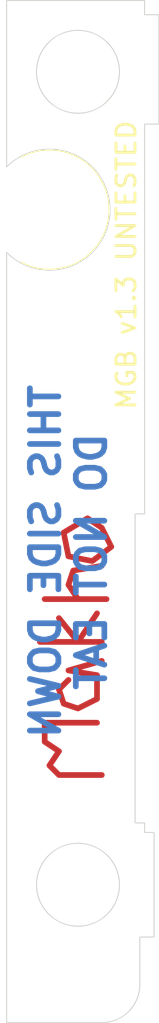
<source format=kicad_pcb>
(kicad_pcb (version 20171130) (host pcbnew "(5.1.6)-1")

  (general
    (thickness 1.6)
    (drawings 24)
    (tracks 0)
    (zones 0)
    (modules 1)
    (nets 1)
  )

  (page A4)
  (layers
    (0 F.Cu signal)
    (31 B.Cu signal)
    (32 B.Adhes user)
    (33 F.Adhes user)
    (34 B.Paste user)
    (35 F.Paste user)
    (36 B.SilkS user)
    (37 F.SilkS user)
    (38 B.Mask user)
    (39 F.Mask user)
    (40 Dwgs.User user)
    (41 Cmts.User user)
    (42 Eco1.User user)
    (43 Eco2.User user)
    (44 Edge.Cuts user)
    (45 Margin user)
    (46 B.CrtYd user)
    (47 F.CrtYd user)
    (48 B.Fab user)
    (49 F.Fab user)
  )

  (setup
    (last_trace_width 0.25)
    (trace_clearance 0.2)
    (zone_clearance 0.508)
    (zone_45_only no)
    (trace_min 0.2)
    (via_size 0.8)
    (via_drill 0.4)
    (via_min_size 0.4)
    (via_min_drill 0.3)
    (uvia_size 0.3)
    (uvia_drill 0.1)
    (uvias_allowed no)
    (uvia_min_size 0.2)
    (uvia_min_drill 0.1)
    (edge_width 0.05)
    (segment_width 0.2)
    (pcb_text_width 0.3)
    (pcb_text_size 1.5 1.5)
    (mod_edge_width 0.12)
    (mod_text_size 1 1)
    (mod_text_width 0.15)
    (pad_size 1.524 1.524)
    (pad_drill 0.762)
    (pad_to_mask_clearance 0.05)
    (aux_axis_origin 0 0)
    (visible_elements 7FFFFFFF)
    (pcbplotparams
      (layerselection 0x010f0_ffffffff)
      (usegerberextensions true)
      (usegerberattributes true)
      (usegerberadvancedattributes true)
      (creategerberjobfile true)
      (excludeedgelayer true)
      (linewidth 0.150000)
      (plotframeref false)
      (viasonmask false)
      (mode 1)
      (useauxorigin false)
      (hpglpennumber 1)
      (hpglpenspeed 20)
      (hpglpendiameter 15.000000)
      (psnegative false)
      (psa4output false)
      (plotreference true)
      (plotvalue true)
      (plotinvisibletext false)
      (padsonsilk false)
      (subtractmaskfromsilk false)
      (outputformat 1)
      (mirror false)
      (drillshape 0)
      (scaleselection 1)
      (outputdirectory "gerbers/"))
  )

  (net 0 "")

  (net_class Default "This is the default net class."
    (clearance 0.2)
    (trace_width 0.25)
    (via_dia 0.8)
    (via_drill 0.4)
    (uvia_dia 0.3)
    (uvia_drill 0.1)
  )

  (module misc_footprints:makho_fmask (layer F.Cu) (tedit 5E2E043C) (tstamp 5EF15218)
    (at 0 30.48 90)
    (fp_text reference REF** (at -3 4 90) (layer F.SilkS) hide
      (effects (font (size 1 1) (thickness 0.15)))
    )
    (fp_text value makho_fmask (at 0 -3.25 90) (layer F.Fab)
      (effects (font (size 1 1) (thickness 0.15)))
    )
    (fp_line (start 2.75 -1.75) (end 2.75 1.5) (layer F.Mask) (width 0.3))
    (fp_line (start 1.75 -1) (end 0.5 0) (layer F.Mask) (width 0.3))
    (fp_line (start 4.75 0.75) (end 5.5 1.75) (layer F.Mask) (width 0.3))
    (fp_line (start 5.5 1.75) (end 6.5 1.25) (layer F.Mask) (width 0.3))
    (fp_line (start 3.5 -0.5) (end 4.25 -0.25) (layer F.Mask) (width 0.3))
    (fp_line (start 5 -0.5) (end 4.75 0.75) (layer F.Mask) (width 0.3))
    (fp_line (start 2.75 0) (end 3.5 -0.5) (layer F.Mask) (width 0.3))
    (fp_line (start 0.5 0) (end 2 1) (layer F.Mask) (width 0.3))
    (fp_line (start 0.5 -2) (end 0.5 1.25) (layer F.Mask) (width 0.3))
    (fp_line (start -1 -0.5) (end -0.5 1.25) (layer F.Mask) (width 0.3))
    (fp_line (start -3 0) (end -2.5 1) (layer F.Mask) (width 0.3))
    (fp_line (start -2.75 -0.75) (end -3 0) (layer F.Mask) (width 0.3))
    (fp_line (start -3.75 -1.75) (end -3.75 1) (layer F.Mask) (width 0.3))
    (fp_line (start 6.25 -0.75) (end 5 -0.5) (layer F.Mask) (width 0.3))
    (fp_line (start -2.5 1) (end -1.25 1) (layer F.Mask) (width 0.3))
    (fp_line (start 4.25 -0.25) (end 4.5 1.25) (layer F.Mask) (width 0.3))
    (fp_line (start -2 -1) (end -2.75 -0.75) (layer F.Mask) (width 0.3))
    (fp_line (start 6.5 1.25) (end 7 0.5) (layer F.Mask) (width 0.3))
    (fp_line (start -1.25 1) (end -1 -0.5) (layer F.Mask) (width 0.3))
    (fp_line (start -1.5 -0.5) (end -2 -1) (layer F.Mask) (width 0.3))
    (fp_line (start 7 0.5) (end 6.25 -0.75) (layer F.Mask) (width 0.3))
    (fp_line (start -4.75 -1.75) (end -3.75 -1.75) (layer F.Cu) (width 0.3))
    (fp_line (start -6 -1.5) (end -5.25 -1) (layer F.Mask) (width 0.3))
    (fp_line (start -5.25 -1) (end -4.75 -1.75) (layer F.Mask) (width 0.3))
    (fp_line (start -6.5 -1) (end -6 -1.5) (layer F.Mask) (width 0.3))
    (fp_line (start -6.5 1.25) (end -6.5 -1) (layer F.Mask) (width 0.3))
    (fp_line (start -7.5 -2.5) (end -7.5 2.5) (layer Dwgs.User) (width 0.15))
    (fp_line (start -7.5 -2.5) (end 7.5 -2.5) (layer Dwgs.User) (width 0.15))
    (fp_line (start 7.5 2.5) (end 7.5 -2.5) (layer Dwgs.User) (width 0.15))
    (fp_line (start -7.5 2.5) (end 7.5 2.5) (layer Dwgs.User) (width 0.15))
    (fp_line (start -6.5 1.25) (end -6.5 -1) (layer F.Cu) (width 0.3))
    (fp_line (start -6.5 -1) (end -6 -1.5) (layer F.Cu) (width 0.3))
    (fp_line (start -6 -1.5) (end -5.25 -1) (layer F.Cu) (width 0.3))
    (fp_line (start -5.25 -1) (end -4.75 -1.75) (layer F.Cu) (width 0.3))
    (fp_line (start -4.75 -1.75) (end -3.75 -1.75) (layer F.Mask) (width 0.3))
    (fp_line (start -3.75 -1.75) (end -3.75 1) (layer F.Cu) (width 0.3))
    (fp_line (start -1.5 -0.5) (end -2 -1) (layer F.Cu) (width 0.3))
    (fp_line (start -2 -1) (end -2.75 -0.75) (layer F.Cu) (width 0.3))
    (fp_line (start -2.75 -0.75) (end -3 0) (layer F.Cu) (width 0.3))
    (fp_line (start -3 0) (end -2.5 1) (layer F.Cu) (width 0.3))
    (fp_line (start -2.5 1) (end -1.25 1) (layer F.Cu) (width 0.3))
    (fp_line (start -1.25 1) (end -1 -0.5) (layer F.Cu) (width 0.3))
    (fp_line (start -1 -0.5) (end -0.5 1.25) (layer F.Cu) (width 0.3))
    (fp_line (start 0.5 -2) (end 0.5 1.25) (layer F.Cu) (width 0.3))
    (fp_line (start 1.75 -1) (end 0.5 0) (layer F.Cu) (width 0.3))
    (fp_line (start 0.5 0) (end 2 1) (layer F.Cu) (width 0.3))
    (fp_line (start 2.75 -1.75) (end 2.75 1.5) (layer F.Cu) (width 0.3))
    (fp_line (start 2.75 0) (end 3.5 -0.5) (layer F.Cu) (width 0.3))
    (fp_line (start 3.5 -0.5) (end 4.25 -0.25) (layer F.Cu) (width 0.3))
    (fp_line (start 4.25 -0.25) (end 4.5 1.25) (layer F.Cu) (width 0.3))
    (fp_line (start 6.25 -0.75) (end 5 -0.5) (layer F.Cu) (width 0.3))
    (fp_line (start 5 -0.5) (end 4.75 0.75) (layer F.Cu) (width 0.3))
    (fp_line (start 4.75 0.75) (end 5.5 1.75) (layer F.Cu) (width 0.3))
    (fp_line (start 5.5 1.75) (end 6.5 1.25) (layer F.Cu) (width 0.3))
    (fp_line (start 6.5 1.25) (end 7 0.5) (layer F.Cu) (width 0.3))
    (fp_line (start 7 0.5) (end 6.25 -0.75) (layer F.Cu) (width 0.3))
  )

  (gr_text "THIS SIDE DOWN\nDO NOT EAT" (at -0.5 25.75 90) (layer B.Cu)
    (effects (font (size 1.5 1.5) (thickness 0.3)) (justify mirror))
  )
  (gr_arc (start -1.5 7.25) (end -3.749999 9.499999) (angle -270) (layer Edge.Cuts) (width 0.05))
  (gr_arc (start 1.25 48) (end 1.25 50) (angle -90) (layer Edge.Cuts) (width 0.05))
  (gr_text "MGB v1.3 UNTESTED" (at 2.54 10.16 90) (layer F.SilkS)
    (effects (font (size 1 1) (thickness 0.15)))
  )
  (gr_line (start -3.75 5) (end -3.75 -3.75) (layer Edge.Cuts) (width 0.05) (tstamp 5EEFAC80))
  (gr_arc (start -1.5 7.25) (end -2.999999 9.999999) (angle -237.2) (layer F.SilkS) (width 0.05))
  (gr_line (start -3.75 50) (end -3.749999 9.499999) (layer Edge.Cuts) (width 0.05) (tstamp 5EEFAB11))
  (gr_line (start 1.25 50) (end -3.75 50) (layer Edge.Cuts) (width 0.05))
  (gr_line (start 3.25 45.5) (end 3.25 48) (layer Edge.Cuts) (width 0.05))
  (gr_line (start 4 45.5) (end 3.25 45.5) (layer Edge.Cuts) (width 0.05))
  (gr_line (start 4 40) (end 4 45.5) (layer Edge.Cuts) (width 0.05))
  (gr_line (start 3.5 40) (end 4 40) (layer Edge.Cuts) (width 0.05))
  (gr_line (start 3.5 39.5) (end 3.5 40) (layer Edge.Cuts) (width 0.05))
  (gr_line (start 3 39.5) (end 3.5 39.5) (layer Edge.Cuts) (width 0.05))
  (gr_line (start 3 23.25) (end 3 39.5) (layer Edge.Cuts) (width 0.05))
  (gr_line (start 3.5 23.25) (end 3 23.25) (layer Edge.Cuts) (width 0.05))
  (gr_line (start 3.5 2.75) (end 3.5 23.25) (layer Edge.Cuts) (width 0.05))
  (gr_line (start 4.25 2.75) (end 3.5 2.75) (layer Edge.Cuts) (width 0.05))
  (gr_line (start 3.5 -3.75) (end -3.75 -3.75) (layer Edge.Cuts) (width 0.05))
  (gr_line (start 3.5 -3) (end 3.5 -3.75) (layer Edge.Cuts) (width 0.05))
  (gr_line (start 4.25 -3) (end 3.5 -3) (layer Edge.Cuts) (width 0.05))
  (gr_line (start 4.25 -3) (end 4.25 2.75) (layer Edge.Cuts) (width 0.05))
  (gr_circle (center 0 42.75) (end 2.18 42.75) (layer Edge.Cuts) (width 0.05) (tstamp 5EEFA7C0))
  (gr_circle (center 0 0) (end 2.18 0) (layer Edge.Cuts) (width 0.05))

)

</source>
